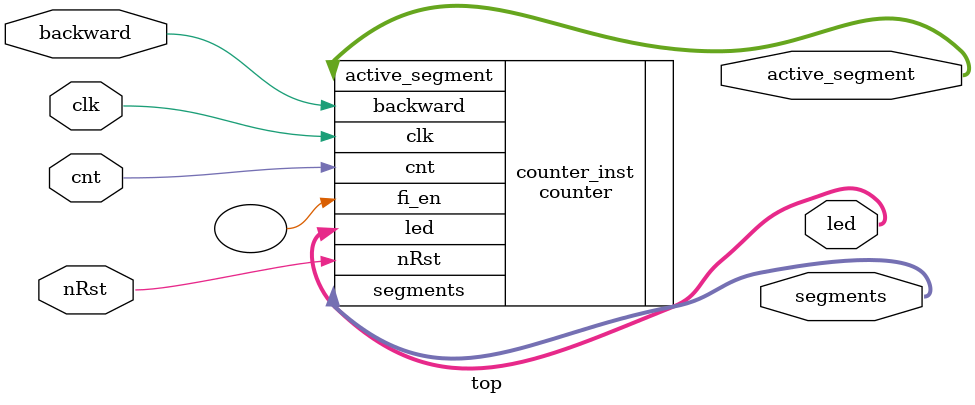
<source format=v>
module top(	input clk,
				input nRst,
				input cnt,
				input backward,
				output [3:0] led,
				output [7:0] segments,
				output [3:0] active_segment
				);

counter counter_inst(.clk(clk), .nRst(nRst), .cnt(cnt), .backward(backward), .led(led), .segments(segments), .active_segment(active_segment), .fi_en());
endmodule
</source>
